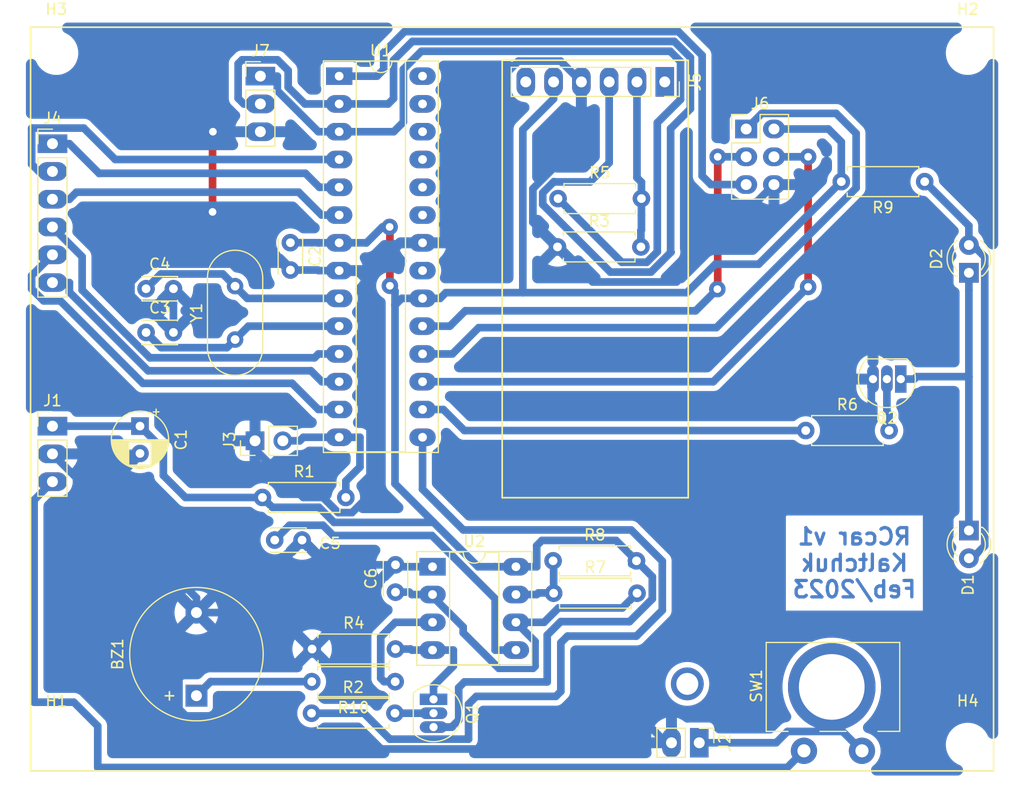
<source format=kicad_pcb>
(kicad_pcb (version 20211014) (generator pcbnew)
  (layers (0 "F.Cu" signal) (31 "B.Cu" signal) (34 "B.Paste" user) (35 "F.Paste" user) (36 "B.SilkS" user "B.Silkscreen") (37 "F.SilkS" user "F.Silkscreen") (38 "B.Mask" user) (39 "F.Mask" user) (44 "Edge.Cuts" user))
  (net 0 "")
  (net 1 "Net-(BZ1-Pad1)")
  (net 2 "GND")
  (net 3 "+5V")
  (net 4 "Net-(C3-Pad1)")
  (net 5 "Net-(C4-Pad1)")
  (net 6 "Net-(C5-Pad1)")
  (net 7 "Net-(C6-Pad1)")
  (net 8 "Net-(D1-Pad1)")
  (net 9 "Net-(D1-Pad2)")
  (net 10 "Net-(J1-Pad3)")
  (net 11 "Net-(J2-Pad1)")
  (net 12 "Net-(J3-Pad2)")
  (net 13 "Net-(J4-Pad1)")
  (net 14 "Net-(J4-Pad2)")
  (net 15 "Net-(J4-Pad3)")
  (net 16 "Net-(J4-Pad4)")
  (net 17 "Net-(J4-Pad5)")
  (net 18 "Net-(J4-Pad6)")
  (net 20 "Net-(J5-Pad2)")
  (net 21 "/RX")
  (net 23 "/MISO")
  (net 24 "/SCK")
  (net 25 "/MOSI")
  (net 26 "/RESET")
  (net 27 "/TX")
  (net 28 "Net-(Q1-Pad1)")
  (net 29 "Net-(Q1-Pad2)")
  (net 30 "Net-(Q2-Pad2)")
  (net 31 "/buzzer")
  (net 32 "/light")
  (net 33 "Net-(R7-Pad1)")
  (net 41 "Net-(U2-Pad3)")
  (footprint "Connector_PinSocket_2.54mm:PinSocket_1x06_P2.54mm_Vertical" (layer "F.Cu") (at 163.9532 61.9998 -90)
    (fp_text reference "J5")
    (fp_text value "HC-05")
  )
  (footprint "MountingHole:MountingHole_3mm" (layer "F.Cu") (at 191.643 59.3598)
    (fp_text reference "H2")
    (fp_text value "MountingHole")
  )
  (footprint "MountingHole:MountingHole_3mm" (layer "F.Cu") (at 108.3564 59.3598)
    (fp_text reference "H3")
    (fp_text value "MountingHole")
  )
  (footprint "LED_THT:LED_D3.0mm_Clear" (layer "F.Cu") (at 191.7446 79.4562 90)
    (fp_text reference "D2")
    (fp_text value "white")
  )
  (footprint "Connector_PinHeader_2.54mm:PinHeader_1x06_P2.54mm_Vertical" (layer "F.Cu") (at 108 67.65)
    (fp_text reference "J4")
    (fp_text value "L298N")
  )
  (footprint "Connector_PinHeader_2.54mm:PinHeader_2x03_P2.54mm_Vertical" (layer "F.Cu") (at 171.3942 66.309)
    (fp_text reference "J6")
    (fp_text value "ICSP")
  )
  (footprint "Capacitor_THT:C_Disc_D3.0mm_W2.0mm_P2.50mm" (layer "F.Cu") (at 129.7432 76.7026 -90)
    (fp_text reference "C2")
    (fp_text value "10nF")
  )
  (footprint "Button_Switch_THT:SW_CW_GPTS203211B" (layer "F.Cu") (at 176.674 123.9266 90)
    (fp_text reference "SW1")
    (fp_text value "on/off")
  )
  (footprint "Resistor_THT:R_Axial_DIN0207_L6.3mm_D2.5mm_P7.62mm_Horizontal" (layer "F.Cu") (at 187.706 71.12 180)
    (fp_text reference "R9")
    (fp_text value "220")
  )
  (footprint "Package_TO_SOT_THT:TO-92_Inline" (layer "F.Cu") (at 185.5216 89.175 180)
    (fp_text reference "Q2")
    (fp_text value "BC547")
  )
  (footprint "Resistor_THT:R_Axial_DIN0207_L6.3mm_D2.5mm_P7.62mm_Horizontal" (layer "F.Cu") (at 127.19 100)
    (fp_text reference "R1")
    (fp_text value "10k")
  )
  (footprint "Capacitor_THT:C_Disc_D3.0mm_W2.0mm_P2.50mm" (layer "F.Cu") (at 139.3478 108.6568 90)
    (fp_text reference "C6")
    (fp_text value "10nF")
  )
  (footprint "Package_TO_SOT_THT:TO-92_Inline" (layer "F.Cu") (at 142.8232 118.4558 -90)
    (fp_text reference "Q1")
    (fp_text value "BC328")
  )
  (footprint "Resistor_THT:R_Axial_DIN0207_L6.3mm_D2.5mm_P7.62mm_Horizontal" (layer "F.Cu") (at 153.8004 108.753)
    (fp_text reference "R7")
    (fp_text value "100k")
  )
  (footprint "Capacitor_THT:CP_Radial_D5.0mm_P2.50mm" (layer "F.Cu") (at 116 93.475 -90)
    (fp_text reference "C1")
    (fp_text value "10uF")
  )
  (footprint "Resistor_THT:R_Axial_DIN0207_L6.3mm_D2.5mm_P7.62mm_Horizontal" (layer "F.Cu") (at 153.7496 105.791)
    (fp_text reference "R8")
    (fp_text value "100k")
  )
  (footprint "LED_THT:LED_D3.0mm_Clear" (layer "F.Cu") (at 191.7446 103.0174 -90)
    (fp_text reference "D1")
    (fp_text value "white")
  )
  (footprint "Resistor_THT:R_Axial_DIN0207_L6.3mm_D2.5mm_P7.62mm_Horizontal" (layer "F.Cu") (at 176.8348 93.8784)
    (fp_text reference "R6")
    (fp_text value "33k")
  )
  (footprint "Resistor_THT:R_Axial_DIN0207_L6.3mm_D2.5mm_P7.62mm_Horizontal" (layer "F.Cu") (at 154.1526 77.089)
    (fp_text reference "R3")
    (fp_text value "2k")
  )
  (footprint "Connector_PinHeader_2.54mm:PinHeader_1x02_P2.54mm_Vertical" (layer "F.Cu") (at 126.5124 94.8182 90)
    (fp_text reference "J3")
    (fp_text value "Test")
  )
  (footprint "Crystal:Crystal_HC49-4H_Vertical" (layer "F.Cu") (at 124.6886 85.5588 90)
    (fp_text reference "Y1")
    (fp_text value "16MHz")
  )
  (footprint "MountingHole:MountingHole_3mm" (layer "F.Cu") (at 191.643 122.6058)
    (fp_text reference "H4")
    (fp_text value "MountingHole")
  )
  (footprint "Capacitor_THT:C_Disc_D3.0mm_W2.0mm_P2.50mm" (layer "F.Cu") (at 116.5552 80.9122)
    (fp_text reference "C4")
    (fp_text value "22pF")
  )
  (footprint "Resistor_THT:R_Axial_DIN0207_L6.3mm_D2.5mm_P7.62mm_Horizontal" (layer "F.Cu") (at 131.7278 113.8584)
    (fp_text reference "R4")
    (fp_text value "10k")
  )
  (footprint "Buzzer_Beeper:Buzzer_12x9.5RM7.6" (layer "F.Cu") (at 121.158 118.1254 90)
    (fp_text reference "BZ1")
    (fp_text value "Buzzer")
  )
  (footprint "Connector_PinHeader_2.54mm:PinHeader_1x03_P2.54mm_Vertical" (layer "F.Cu") (at 108 93.475)
    (fp_text reference "J1")
    (fp_text value "Power")
  )
  (footprint "Capacitor_THT:C_Disc_D3.0mm_W2.0mm_P2.50mm" (layer "F.Cu") (at 116.5552 84.9122)
    (fp_text reference "C3")
    (fp_text value "22pF")
  )
  (footprint "Connector_PinHeader_2.54mm:PinHeader_1x02_P2.54mm_Vertical" (layer "F.Cu") (at 167.1066 122.428 -90)
    (fp_text reference "J2")
    (fp_text value "9V Battery")
  )
  (footprint "Resistor_THT:R_Axial_DIN0207_L6.3mm_D2.5mm_P7.62mm_Horizontal" (layer "F.Cu") (at 154.2034 72.6694)
    (fp_text reference "R5")
    (fp_text value "1k")
  )
  (footprint "Resistor_THT:R_Axial_DIN0207_L6.3mm_D2.5mm_P7.62mm_Horizontal" (layer "F.Cu") (at 139.319 116.84 180)
    (fp_text reference "R10")
    (fp_text value "100")
  )
  (footprint "Resistor_THT:R_Axial_DIN0207_L6.3mm_D2.5mm_P7.62mm_Horizontal" (layer "F.Cu") (at 131.677 119.7258)
    (fp_text reference "R2")
    (fp_text value "33k")
  )
  (footprint "Package_DIP:DIP-8_W7.62mm_Socket_LongPads" (layer "F.Cu") (at 142.7326 106.3344)
    (fp_text reference "U2")
    (fp_text value "NE555P")
  )
  (footprint "Package_DIP:DIP-28_W7.62mm_Socket_LongPads" (layer "F.Cu") (at 134.2 61.475)
    (fp_text reference "U1")
    (fp_text value "ATmega328-P")
  )
  (footprint "Connector_PinHeader_2.54mm:PinHeader_1x03_P2.54mm_Vertical" (layer "F.Cu") (at 127 61.475)
    (fp_text reference "J7")
    (fp_text value "Comm")
  )
  (footprint "MountingHole:MountingHole_3mm" (layer "F.Cu") (at 108.3564 122.6312)
    (fp_text reference "H1")
    (fp_text value "MountingHole")
  )
  (footprint "Capacitor_THT:C_Disc_D3.0mm_W2.0mm_P2.50mm" (layer "F.Cu") (at 128.311 103.895)
    (fp_text reference "C5")
    (fp_text value "10nF")
  )
  (gr_line (start 166.098 100.0202) (end 149.098 100.0202) (layer "F.SilkS") (width 0.15))
  (gr_line (start 106 57) (end 106 125) (layer "F.SilkS") (width 0.15))
  (gr_line (start 149.098 100.0202) (end 149.098 60.0202) (layer "F.SilkS") (width 0.15))
  (gr_line (start 166.098 60.0202) (end 166.098 100.0202) (layer "F.SilkS") (width 0.15))
  (gr_line (start 194 125) (end 194 57) (layer "F.SilkS") (width 0.15))
  (gr_line (start 149.098 60.0202) (end 166.098 60.0202) (layer "F.SilkS") (width 0.15))
  (gr_line (start 106 125) (end 194 125) (layer "F.SilkS") (width 0.15))
  (gr_line (start 106 57) (end 194 57) (layer "F.SilkS") (width 0.15))
  (gr_text "RCcar v1\nKaltchuk\nFeb/2023" (at 181.2798 105.9942) (layer "B.Cu") (effects (font (size 1.5 1.5) (thickness 0.3)) (justify mirror)))
  (via (at 166.0144 117.0432) (size 3) (drill 2) (layers "F.Cu" "B.Cu") (net 0))
  (segment (start 131.699 116.84) (end 122.4434 116.84) (width 0.7) (layer "B.Cu") (net 1))
  (segment (start 122.4434 116.84) (end 121.158 118.1254) (width 0.7) (layer "B.Cu") (net 1))
  (segment (start 122.6636 66.555) (end 122.6312 66.5874) (width 0.7) (layer "F.Cu") (net 2))
  (segment (start 122.6312 66.5874) (end 122.6312 73.8886) (width 0.7) (layer "F.Cu") (net 2))
  (via (at 122.6312 73.8886) (size 1.5) (drill 0.7) (layers "F.Cu" "B.Cu") (net 2))
  (via (at 122.6636 66.555) (size 1.5) (drill 0.7) (layers "F.Cu" "B.Cu") (net 2))
  (segment (start 143.72 76.715) (end 141.82 76.715) (width 0.7) (layer "B.Cu") (net 2))
  (segment (start 108 96.015) (end 121.158 109.173) (width 0.7) (layer "B.Cu") (net 2))
  (segment (start 157.3564 80.2928) (end 154.1526 77.089) (width 0.7) (layer "B.Cu") (net 2))
  (segment (start 156.3332 61.9998) (end 156.3332 67.3377) (width 0.7) (layer "B.Cu") (net 2))
  (segment (start 119.0552 82.2655) (end 119.0552 80.9122) (width 0.7) (layer "B.Cu") (net 2))
  (segment (start 130.811 103.895) (end 133.0728 106.1568) (width 0.7) (layer "B.Cu") (net 2))
  (segment (start 132.73 100) (end 130.9192 100) (width 0.7) (layer "B.Cu") (net 2))
  (segment (start 163.312711 112.936289) (end 182.8285 93.4205) (width 0.7) (layer "B.Cu") (net 2))
  (segment (start 116 95.975) (end 108.04 95.975) (width 0.7) (layer "B.Cu") (net 2))
  (segment (start 164.084 122.428) (end 158.9278 117.2718) (width 0.7) (layer "B.Cu") (net 2))
  (segment (start 121.158 110.5254) (end 128.3948 110.5254) (width 0.7) (layer "B.Cu") (net 2))
  (segment (start 134.2 79.255) (end 135.7062 79.255) (width 0.7) (layer "B.Cu") (net 2))
  (segment (start 115.1758 80.3087) (end 115.1758 81.4992) (width 0.7) (layer "B.Cu") (net 2))
  (segment (start 122.6312 73.8886) (end 122.6312 75.776689) (width 0.7) (layer "B.Cu") (net 2))
  (segment (start 119.0552 84.9122) (end 119.0552 82.2655) (width 0.7) (layer "B.Cu") (net 2))
  (segment (start 167.4291 77.8941) (end 165.0304 80.2928) (width 0.7) (layer "B.Cu") (net 2))
  (segment (start 150.584388 60.0998) (end 143.72 66.964188) (width 0.7) (layer "B.Cu") (net 2))
  (segment (start 137.0176 99.745) (end 135.383 101.3796) (width 0.7) (layer "B.Cu") (net 2))
  (segment (start 132.2476 79.2026) (end 129.7432 79.2026) (width 0.7) (layer "B.Cu") (net 2))
  (segment (start 115.9421 82.2655) (end 119.0552 82.2655) (width 0.7) (layer "B.Cu") (net 2))
  (segment (start 128.3948 110.5254) (end 131.687 113.8176) (width 0.7) (layer "B.Cu") (net 2))
  (segment (start 156.3332 61.9998) (end 154.4332 60.0998) (width 0.7) (layer "B.Cu") (net 2))
  (segment (start 151.9031 74.8395) (end 154.1526 77.089) (width 0.7) (layer "B.Cu") (net 2))
  (segment (start 129.7432 79.2026) (end 129.202 78.6614) (width 0.7) (layer "B.Cu") (net 2))
  (segment (start 121.158 109.173) (end 121.158 110.5254) (width 0.7) (layer "B.Cu") (net 2))
  (segment (start 134.1096 101.3796) (end 132.73 100) (width 0.7) (layer "B.Cu") (net 2))
  (segment (start 108.04 95.975) (end 108 96.015) (width 0.7) (layer "B.Cu") (net 2))
  (segment (start 165.0304 80.2928) (end 157.3564 80.2928) (width 0.7) (layer "B.Cu") (net 2))
  (segment (start 167.6654 74.168) (end 167.4291 74.4043) (width 0.7) (layer "B.Cu") (net 2))
  (segment (start 142.7326 106.3344) (end 139.5254 106.3344) (width 0.7) (layer "B.Cu") (net 2))
  (segment (start 154.4332 60.0998) (end 150.584388 60.0998) (width 0.7) (layer "B.Cu") (net 2))
  (segment (start 164.5666 122.428) (end 164.084 122.428) (width 0.7) (layer "B.Cu") (net 2))
  (segment (start 122.648111 78.553711) (end 122.7558 78.6614) (width 0.7) (layer "B.Cu") (net 2))
  (segment (start 167.4291 74.4043) (end 167.4291 77.8941) (width 0.7) (layer "B.Cu") (net 2))
  (segment (start 163.263311 112.936289) (end 163.312711 112.936289) (width 0.7) (layer "B.Cu") (net 2))
  (segment (start 156.3332 67.3377) (end 151.9031 71.7678) (width 0.7) (layer "B.Cu") (net 2))
  (segment (start 173.9342 71.389) (end 171.1552 74.168) (width 0.7) (layer "B.Cu") (net 2))
  (segment (start 151.9031 71.7678) (end 151.9031 74.8395) (width 0.7) (layer "B.Cu") (net 2))
  (segment (start 122.7558 78.6614) (end 116.8231 78.6614) (width 0.7) (layer "B.Cu") (net 2))
  (segment (start 131.687 113.8176) (end 139.3478 106.1568) (width 0.7) (layer "B.Cu") (net 2))
  (segment (start 143.72 66.964188) (end 143.72 76.715) (width 0.7) (layer "B.Cu") (net 2))
  (segment (start 136.5713 80.0637) (end 137.0176 80.5101) (width 0.7) (layer "B.Cu") (net 2))
  (segment (start 115.1758 81.4992) (end 115.9421 82.2655) (width 0.7) (layer "B.Cu") (net 2))
  (segment (start 182.9816 89.175) (end 182.8285 89.175) (width 0.7) (layer "B.Cu") (net 2))
  (segment (start 135.7062 79.255) (end 135.7625 79.255) (width 0.7) (layer "B.Cu") (net 2))
  (segment (start 132.3 79.255) (end 132.2476 79.2026) (width 0.7) (layer "B.Cu") (net 2))
  (segment (start 121.158 110.5254) (end 119.5594 112.124) (width 0.7) (layer "B.Cu") (net 2))
  (segment (start 129.202 78.6614) (end 122.7558 78.6614) (width 0.7) (layer "B.Cu") (net 2))
  (segment (start 137.0176 80.5101) (end 137.0176 99.745) (width 0.7) (layer "B.Cu") (net 2))
  (segment (start 153.2011 122.9985) (end 158.9278 117.2718) (width 0.7) (layer "B.Cu") (net 2))
  (segment (start 131.687 113.8176) (end 131.7278 113.8584) (width 0.7) (layer "B.Cu") (net 2))
  (segment (start 119.5594 119.3372) (end 123.2207 122.9985) (width 0.7) (layer "B.Cu") (net 2))
  (segment (start 133.7665 79.255) (end 132.3 79.255) (width 0.7) (layer "B.Cu") (net 2))
  (segment (start 119.5594 112.124) (end 119.5594 119.3372) (width 0.7) (layer "B.Cu") (net 2))
  (segment (start 126.5124 94.8182) (end 125.7374 94.8182) (width 0.7) (layer "B.Cu") (net 2))
  (segment (start 171.1552 74.168) (end 167.6654 74.168) (width 0.7) (layer "B.Cu") (net 2))
  (segment (start 116.8231 78.6614) (end 115.1758 80.3087) (width 0.7) (layer "B.Cu") (net 2))
  (segment (start 123.2207 122.9985) (end 153.2011 122.9985) (width 0.7) (layer "B.Cu") (net 2))
  (segment (start 141.82 76.715) (end 139.92 76.715) (width 0.7) (layer "B.Cu") (net 2))
  (segment (start 133.0728 106.1568) (end 139.3478 106.1568) (width 0.7) (layer "B.Cu") (net 2))
  (segment (start 122.648111 75.7936) (end 122.648111 78.553711) (width 0.7) (layer "B.Cu") (net 2))
  (segment (start 127 66.555) (end 122.6636 66.555) (width 0.7) (layer "B.Cu") (net 2))
  (segment (start 139.5254 106.3344) (end 139.3478 106.1568) (width 0.7) (layer "B.Cu") (net 2))
  (segment (start 136.5713 80.0637) (end 139.92 76.715) (width 0.7) (layer "B.Cu") (net 2))
  (segment (start 135.7625 79.255) (end 136.5713 80.0637) (width 0.7) (layer "B.Cu") (net 2))
  (segment (start 133.7665 79.255) (end 134.2 79.255) (width 0.7) (layer "B.Cu") (net 2))
  (segment (start 158.9278 117.2718) (end 163.263311 112.936289) (width 0.7) (layer "B.Cu") (net 2))
  (segment (start 130.9192 100) (end 125.7374 94.8182) (width 0.7) (layer "B.Cu") (net 2))
  (segment (start 135.383 101.3796) (end 134.1096 101.3796) (width 0.7) (layer "B.Cu") (net 2))
  (segment (start 182.8285 89.175) (end 182.8285 93.4205) (width 0.7) (layer "B.Cu") (net 2))
  (segment (start 122.6312 75.776689) (end 122.648111 75.7936) (width 0.7) (layer "B.Cu") (net 2))
  (segment (start 138.8364 75.285589) (end 138.811011 75.2602) (width 0.7) (layer "F.Cu") (net 3))
  (segment (start 138.8364 80.645) (end 138.8364 75.285589) (width 0.7) (layer "F.Cu") (net 3))
  (via (at 138.811011 75.2602) (size 1.5) (drill 0.7) (layers "F.Cu" "B.Cu") (net 3))
  (via (at 138.8364 80.645) (size 1.5) (drill 0.7) (layers "F.Cu" "B.Cu") (net 3))
  (segment (start 139.3041 82.4109) (end 139.3041 81.1127) (width 0.7) (layer "B.Cu") (net 3))
  (segment (start 154.439366 111.3536) (end 160.7342 111.3536) (width 0.7) (layer "B.Cu") (net 3))
  (segment (start 139.3041 98.7477) (end 142.8078 102.2514) (width 0.7) (layer "B.Cu") (net 3))
  (segment (start 152.2526 104.403002) (end 152.2526 106.3344) (width 0.7) (layer "B.Cu") (net 3))
  (segment (start 145.1249 120.3452) (end 145.1249 117.3841) (width 0.7) (layer "B.Cu") (net 3))
  (segment (start 141.82 81.795) (end 139.92 81.795) (width 0.7) (layer "B.Cu") (net 3))
  (segment (start 145.6436 116.8654) (end 153.2128 116.8654) (width 0.7) (layer "B.Cu") (net 3))
  (segment (start 132.2876 76.7026) (end 132.3 76.715) (width 0.7) (layer "B.Cu") (net 3))
  (segment (start 161.1481 106.086) (end 160.9266 106.086) (width 0.7) (layer "B.Cu") (net 3))
  (segment (start 143.9462 81.2689) (end 150.9841 81.2689) (width 0.7) (layer "B.Cu") (net 3))
  (segment (start 135.7718 102.28) (end 142.7792 102.28) (width 0.7) (layer "B.Cu") (net 3))
  (segment (start 144.4743 120.9958) (end 145.1249 120.3452) (width 0.7) (layer "B.Cu") (net 3))
  (segment (start 144.5358 120.9958) (end 142.8232 120.9958) (width 0.7) (layer "B.Cu") (net 3))
  (segment (start 139.92 81.795) (end 139.3041 82.4109) (width 0.7) (layer "B.Cu") (net 3))
  (segment (start 133.7665 76.715) (end 134.2 76.715) (width 0.7) (layer "B.Cu") (net 3))
  (segment (start 129.7432 76.7026) (end 132.2876 76.7026) (width 0.7) (layer "B.Cu") (net 3))
  (segment (start 162.8163 109.2715) (end 162.8163 107.2377) (width 0.7) (layer "B.Cu") (net 3))
  (segment (start 118.1354 97.9846) (end 120.1508 100) (width 0.7) (layer "B.Cu") (net 3))
  (segment (start 180.086 71.12) (end 180.086 67.4878) (width 0.7) (layer "B.Cu") (net 3))
  (segment (start 161.3696 105.791) (end 159.504603 103.926003) (width 0.7) (layer "B.Cu") (net 3))
  (segment (start 143.4201 81.795) (end 143.9462 81.2689) (width 0.7) (layer "B.Cu") (net 3))
  (segment (start 132.357 100.9003) (end 133.7367 102.28) (width 0.7) (layer "B.Cu") (net 3))
  (segment (start 162.8163 107.2377) (end 161.3696 105.791) (width 0.7) (layer "B.Cu") (net 3))
  (segment (start 138.1506 75.2602) (end 136.6774 76.7334) (width 0.7) (layer "B.Cu") (net 3))
  (segment (start 180.086 67.4878) (end 178.9072 66.309) (width 0.7) (layer "B.Cu") (net 3))
  (segment (start 165.9779 81.2689) (end 150.9841 81.2689) (width 0.7) (layer "B.Cu") (net 3))
  (segment (start 150.3526 106.3344) (end 148.4526 106.3344) (width 0.7) (layer "B.Cu") (net 3))
  (segment (start 142.7792 102.28) (end 142.8078 102.2514) (width 0.7) (layer "B.Cu") (net 3))
  (segment (start 153.2128 116.8654) (end 153.2128 112.580166) (width 0.7) (layer "B.Cu") (net 3))
  (segment (start 127.19 100) (end 128.0903 100.9003) (width 0.7) (layer "B.Cu") (net 3))
  (segment (start 120.1508 100) (end 127.19 100) (width 0.7) (layer "B.Cu") (net 3))
  (segment (start 142.77 81.795) (end 141.82 81.795) (width 0.7) (layer "B.Cu") (net 3))
  (segment (start 142.77 81.795) (end 143.4201 81.795) (width 0.7) (layer "B.Cu") (net 3))
  (segment (start 153.7932 61.9998) (end 153.7932 63.5498) (width 0.7) (layer "B.Cu") (net 3))
  (segment (start 133.7665 76.715) (end 132.3 76.715) (width 0.7) (layer "B.Cu") (net 3))
  (segment (start 159.504603 103.926003) (end 152.729599 103.926003) (width 0.7) (layer "B.Cu") (net 3))
  (segment (start 178.9072 66.309) (end 173.9342 66.309) (width 0.7) (layer "B.Cu") (net 3))
  (segment (start 172.5383 78.6677) (end 168.5791 78.6677) (width 0.7) (layer "B.Cu") (net 3))
  (segment (start 116 93.475) (end 118.1354 95.6104) (width 0.7) (layer "B.Cu") (net 3))
  (segment (start 152.2526 106.3344) (end 150.3526 106.3344) (width 0.7) (layer "B.Cu") (net 3))
  (segment (start 152.729599 103.926003) (end 152.2526 104.403002) (width 0.7) (layer "B.Cu") (net 3))
  (segment (start 145.1249 117.3841) (end 145.6436 116.8654) (width 0.7) (layer "B.Cu") (net 3))
  (segment (start 108 93.475) (end 116 93.475) (width 0.7) (layer "B.Cu") (net 3))
  (segment (start 133.7367 102.28) (end 135.7718 102.28) (width 0.7) (layer "B.Cu") (net 3))
  (segment (start 142.8232 120.9958) (end 144.4743 120.9958) (width 0.7) (layer "B.Cu") (net 3))
  (segment (start 138.811011 75.2602) (end 138.1506 75.2602) (width 0.7) (layer "B.Cu") (net 3))
  (segment (start 160.7342 111.3536) (end 162.8163 109.2715) (width 0.7) (layer "B.Cu") (net 3))
  (segment (start 150.9841 66.3589) (end 153.7932 63.5498) (width 0.7) (layer "B.Cu") (net 3))
  (segment (start 139.3041 81.1127) (end 138.8364 80.645) (width 0.7) (layer "B.Cu") (net 3))
  (segment (start 180.086 71.12) (end 172.5383 78.6677) (width 0.7) (layer "B.Cu") (net 3))
  (segment (start 128.0903 100.9003) (end 132.357 100.9003) (width 0.7) (layer "B.Cu") (net 3))
  (segment (start 153.2128 112.580166) (end 154.439366 111.3536) (width 0.7) (layer "B.Cu") (net 3))
  (segment (start 118.1354 95.6104) (end 118.1354 97.9846) (width 0.7) (layer "B.Cu") (net 3))
  (segment (start 136.659 76.715) (end 134.2 76.715) (width 0.7) (layer "B.Cu") (net 3))
  (segment (start 161.1481 106.086) (end 161.3696 106.086) (width 0.7) (layer "B.Cu") (net 3))
  (segment (start 146.8908 106.3344) (end 148.4526 106.3344) (width 0.7) (layer "B.Cu") (net 3))
  (segment (start 150.9841 81.2689) (end 150.9841 66.3589) (width 0.7) (layer "B.Cu") (net 3))
  (segment (start 142.8078 102.2514) (end 146.8908 106.3344) (width 0.7) (layer "B.Cu") (net 3))
  (segment (start 168.5791 78.6677) (end 165.9779 81.2689) (width 0.7) (layer "B.Cu") (net 3))
  (segment (start 139.3041 82.4109) (end 139.3041 98.7477) (width 0.7) (layer "B.Cu") (net 3))
  (segment (start 134.2 84.335) (end 125.9124 84.335) (width 0.7) (layer "B.Cu") (net 4))
  (segment (start 125.9124 84.335) (end 124.6886 85.5588) (width 0.7) (layer "B.Cu") (net 4))
  (segment (start 117.9424 86.2994) (end 123.948 86.2994) (width 0.7) (layer "B.Cu") (net 4))
  (segment (start 116.5552 84.9122) (end 117.9424 86.2994) (width 0.7) (layer "B.Cu") (net 4))
  (segment (start 123.948 86.2994) (end 124.6886 85.5588) (width 0.7) (layer "B.Cu") (net 4))
  (segment (start 123.5716 79.5618) (end 124.6886 80.6788) (width 0.7) (layer "B.Cu") (net 5))
  (segment (start 134.2 81.795) (end 125.8048 81.795) (width 0.7) (layer "B.Cu") (net 5))
  (segment (start 125.8048 81.795) (end 124.6886 80.6788) (width 0.7) (layer "B.Cu") (net 5))
  (segment (start 117.9056 79.5618) (end 123.5716 79.5618) (width 0.7) (layer "B.Cu") (net 5))
  (segment (start 116.5552 80.9122) (end 117.9056 79.5618) (width 0.7) (layer "B.Cu") (net 5))
  (segment (start 148.4526 113.9544) (end 148.4526 109.2577) (width 0.7) (layer "B.Cu") (net 6))
  (segment (start 150.3526 113.9544) (end 148.4526 113.9544) (width 0.7) (layer "B.Cu") (net 6))
  (segment (start 133.6589 103.4755) (end 132.7229 102.5395) (width 0.7) (layer "B.Cu") (net 6))
  (segment (start 142.6704 103.4755) (end 133.6589 103.4755) (width 0.7) (layer "B.Cu") (net 6))
  (segment (start 129.6665 102.5395) (end 128.311 103.895) (width 0.7) (layer "B.Cu") (net 6))
  (segment (start 148.4526 109.2577) (end 142.6704 103.4755) (width 0.7) (layer "B.Cu") (net 6))
  (segment (start 132.7229 102.5395) (end 129.6665 102.5395) (width 0.7) (layer "B.Cu") (net 6))
  (segment (start 140.615 108.6568) (end 140.8326 108.8744) (width 0.7) (layer "B.Cu") (net 7))
  (segment (start 148.7829 115.6208) (end 148.4938 115.3317) (width 0.7) (layer "B.Cu") (net 7))
  (segment (start 152.10212 115.43608) (end 151.9174 115.6208) (width 0.7) (layer "B.Cu") (net 7))
  (segment (start 160.070889 110.102511) (end 154.235289 110.102511) (width 0.7) (layer "B.Cu") (net 7))
  (segment (start 145.533 111.8447) (end 145.533 112.3709) (width 0.7) (layer "B.Cu") (net 7))
  (segment (start 142.5627 108.8744) (end 140.8326 108.8744) (width 0.7) (layer "B.Cu") (net 7))
  (segment (start 142.5627 108.8744) (end 145.533 111.8447) (width 0.7) (layer "B.Cu") (net 7))
  (segment (start 142.7326 108.8744) (end 142.5627 108.8744) (width 0.7) (layer "B.Cu") (net 7))
  (segment (start 139.3478 108.6568) (end 140.615 108.6568) (width 0.7) (layer "B.Cu") (net 7))
  (segment (start 152.9234 111.4144) (end 150.3526 111.4144) (width 0.7) (layer "B.Cu") (net 7))
  (segment (start 161.4204 108.753) (end 160.070889 110.102511) (width 0.7) (layer "B.Cu") (net 7))
  (segment (start 154.235289 110.102511) (end 152.9234 111.4144) (width 0.7) (layer "B.Cu") (net 7))
  (segment (start 150.3526 111.4144) (end 152.10212 113.16392) (width 0.7) (layer "B.Cu") (net 7))
  (segment (start 151.9174 115.6208) (end 148.7829 115.6208) (width 0.7) (layer "B.Cu") (net 7))
  (segment (start 152.10212 113.16392) (end 152.10212 115.43608) (width 0.7) (layer "B.Cu") (net 7))
  (segment (start 145.533 112.3709) (end 148.4938 115.3317) (width 0.7) (layer "B.Cu") (net 7))
  (segment (start 185.5216 89.175) (end 186.7466 89.175) (width 0.7) (layer "B.Cu") (net 8))
  (segment (start 186.9708 88.9508) (end 191.7446 88.9508) (width 0.7) (layer "B.Cu") (net 8))
  (segment (start 191.7446 88.9508) (end 191.7446 103.0174) (width 0.7) (layer "B.Cu") (net 8))
  (segment (start 191.7446 79.4562) (end 191.7446 81.0562) (width 0.7) (layer "B.Cu") (net 8))
  (segment (start 191.7446 88.9508) (end 191.7446 81.0562) (width 0.7) (layer "B.Cu") (net 8))
  (segment (start 186.7466 89.175) (end 186.9708 88.9508) (width 0.7) (layer "B.Cu") (net 8))
  (segment (start 193.194111 78.006689) (end 193.194111 104.416111) (width 0.7) (layer "B.Cu") (net 9))
  (segment (start 191.7446 75.1586) (end 187.706 71.12) (width 0.7) (layer "B.Cu") (net 9))
  (segment (start 191.7446 76.9162) (end 192.103622 76.9162) (width 0.7) (layer "B.Cu") (net 9))
  (segment (start 193.194111 104.416111) (end 192.052822 105.5574) (width 0.7) (layer "B.Cu") (net 9))
  (segment (start 192.103622 76.9162) (end 193.194111 78.006689) (width 0.7) (layer "B.Cu") (net 9))
  (segment (start 191.7446 76.9162) (end 191.7446 75.1586) (width 0.7) (layer "B.Cu") (net 9))
  (segment (start 192.052822 105.5574) (end 191.6938 105.5574) (width 0.7) (layer "B.Cu") (net 9))
  (segment (start 191.7446 76.9162) (end 191.385578 76.9162) (width 0.7) (layer "B.Cu") (net 9))
  (segment (start 112.141 120.904) (end 112.141 124.6886) (width 0.7) (layer "B.Cu") (net 10))
  (segment (start 112.141 124.6886) (end 175.15 124.6886) (width 0.7) (layer "B.Cu") (net 10))
  (segment (start 109.9566 118.7196) (end 112.141 120.904) (width 0.7) (layer "B.Cu") (net 10))
  (segment (start 175.15 124.6886) (end 176.674 123.1646) (width 0.7) (layer "B.Cu") (net 10))
  (segment (start 108 98.555) (end 106.3244 100.2306) (width 0.7) (layer "B.Cu") (net 10))
  (segment (start 106.3244 118.7196) (end 109.9566 118.7196) (width 0.7) (layer "B.Cu") (net 10))
  (segment (start 106.3244 100.2306) (end 106.3244 118.7196) (width 0.7) (layer "B.Cu") (net 10))
  (segment (start 167.1066 122.428) (end 174.1324 122.428) (width 0.7) (layer "B.Cu") (net 11))
  (segment (start 175.1661 121.3943) (end 180.2037 121.3943) (width 0.7) (layer "B.Cu") (net 11))
  (segment (start 180.2037 121.3943) (end 181.974 123.1646) (width 0.7) (layer "B.Cu") (net 11))
  (segment (start 174.1324 122.428) (end 175.1661 121.3943) (width 0.7) (layer "B.Cu") (net 11))
  (segment (start 130.9256 94.495) (end 130.6024 94.8182) (width 0.7) (layer "B.Cu") (net 12))
  (segment (start 129.0524 94.8182) (end 130.6024 94.8182) (width 0.7) (layer "B.Cu") (net 12))
  (segment (start 134.81 100) (end 134.81 98.5) (width 0.7) (layer "B.Cu") (net 12))
  (segment (start 134.81 98.5) (end 136.1 97.21) (width 0.7) (layer "B.Cu") (net 12))
  (segment (start 134.2 94.495) (end 130.9256 94.495) (width 0.7) (layer "B.Cu") (net 12))
  (segment (start 134.2 94.495) (end 136.1 94.495) (width 0.7) (layer "B.Cu") (net 12))
  (segment (start 136.1 97.21) (end 136.1 94.495) (width 0.7) (layer "B.Cu") (net 12))
  (segment (start 132.3918 71.635) (end 131.1148 70.358) (width 0.7) (layer "B.Cu") (net 13))
  (segment (start 112.2757 70.3757) (end 109.55 67.65) (width 0.7) (layer "B.Cu") (net 13))
  (segment (start 108 67.65) (end 109.55 67.65) (width 0.7) (layer "B.Cu") (net 13))
  (segment (start 134.2 71.635) (end 132.3918 71.635) (width 0.7) (layer "B.Cu") (net 13))
  (segment (start 112.2934 70.358) (end 112.2757 70.3757) (width 0.7) (layer "B.Cu") (net 13))
  (segment (start 131.1148 70.358) (end 112.2934 70.358) (width 0.7) (layer "B.Cu") (net 13))
  (segment (start 106.766 70.19) (end 108 70.19) (width 0.7) (layer "B.Cu") (net 14))
  (segment (start 106.1278 66.2222) (end 106.1 66.25) (width 0.7) (layer "B.Cu") (net 14))
  (segment (start 113.7394 69.095) (end 110.8666 66.2222) (width 0.7) (layer "B.Cu") (net 14))
  (segment (start 106.1 69.524) (end 106.766 70.19) (width 0.7) (layer "B.Cu") (net 14))
  (segment (start 110.8666 66.2222) (end 106.1278 66.2222) (width 0.7) (layer "B.Cu") (net 14))
  (segment (start 106.1 66.25) (end 106.1 69.524) (width 0.7) (layer "B.Cu") (net 14))
  (segment (start 134.2 69.095) (end 113.7394 69.095) (width 0.7) (layer "B.Cu") (net 14))
  (segment (start 134.2 74.175) (end 132.595 74.175) (width 0.7) (layer "B.Cu") (net 15))
  (segment (start 130.5052 72.0852) (end 110.1948 72.0852) (width 0.7) (layer "B.Cu") (net 15))
  (segment (start 108 72.73) (end 109.55 72.73) (width 0.7) (layer "B.Cu") (net 15))
  (segment (start 132.595 74.175) (end 130.5052 72.0852) (width 0.7) (layer "B.Cu") (net 15))
  (segment (start 110.1948 72.0852) (end 109.55 72.73) (width 0.7) (layer "B.Cu") (net 15))
  (segment (start 116.9031 87.2257) (end 110.7133 81.0359) (width 0.7) (layer "B.Cu") (net 16))
  (segment (start 134.2 86.875) (end 132.3 86.875) (width 0.7) (layer "B.Cu") (net 16))
  (segment (start 110.7133 81.0359) (end 110.7133 77.9833) (width 0.7) (layer "B.Cu") (net 16))
  (segment (start 110.7133 77.9833) (end 108 75.27) (width 0.7) (layer "B.Cu") (net 16))
  (segment (start 131.9493 87.2257) (end 116.9031 87.2257) (width 0.7) (layer "B.Cu") (net 16))
  (segment (start 132.3 86.875) (end 131.9493 87.2257) (width 0.7) (layer "B.Cu") (net 16))
  (segment (start 106.1 79.71) (end 108 77.81) (width 0.7) (layer "B.Cu") (net 17))
  (segment (start 129.9054 89.5604) (end 116.2558 89.5604) (width 0.7) (layer "B.Cu") (net 17))
  (segment (start 134.2 91.955) (end 132.3 91.955) (width 0.7) (layer "B.Cu") (net 17))
  (segment (start 116.2558 89.5604) (end 108.7161 82.0207) (width 0.7) (layer "B.Cu") (net 17))
  (segment (start 106.1 80.929899) (end 106.1 79.71) (width 0.7) (layer "B.Cu") (net 17))
  (segment (start 132.3 91.955) (end 129.9054 89.5604) (width 0.7) (layer "B.Cu") (net 17))
  (segment (start 107.190801 82.0207) (end 106.1 80.929899) (width 0.7) (layer "B.Cu") (net 17))
  (segment (start 108.7161 82.0207) (end 107.190801 82.0207) (width 0.7) (layer "B.Cu") (net 17))
  (segment (start 131.62095 88.41555) (end 116.74025 88.41555) (width 0.7) (layer "B.Cu") (net 18))
  (segment (start 109.55 81.2253) (end 109.55 80.35) (width 0.7) (layer "B.Cu") (net 18))
  (segment (start 134.2 89.415) (end 132.6204 89.415) (width 0.7) (layer "B.Cu") (net 18))
  (segment (start 132.6204 89.415) (end 131.62095 88.41555) (width 0.7) (layer "B.Cu") (net 18))
  (segment (start 116.74025 88.41555) (end 109.55 81.2253) (width 0.7) (layer "B.Cu") (net 18))
  (segment (start 109.55 80.35) (end 108 80.35) (width 0.7) (layer "B.Cu") (net 18))
  (segment (start 161.8234 72.9779) (end 161.8234 74.1694) (width 0.7) (layer "B.Cu") (net 20))
  (segment (start 161.8234 72.7528) (end 161.8234 72.6694) (width 0.7) (layer "B.Cu") (net 20))
  (segment (start 161.8234 72.6694) (end 161.8234 71.1694) (width 0.7) (layer "B.Cu") (net 20))
  (segment (start 161.8234 72.7528) (end 161.8234 72.8362) (width 0.7) (layer "B.Cu") (net 20))
  (segment (start 161.7726 77.089) (end 161.7726 75.589) (width 0.7) (layer "B.Cu") (net 20))
  (segment (start 161.8234 72.9779) (end 161.8234 72.8362) (width 0.7) (layer "B.Cu") (net 20))
  (segment (start 161.8234 74.1694) (end 161.8234 75.5382) (width 0.7) (layer "B.Cu") (net 20))
  (segment (start 161.8234 75.5382) (end 161.7726 75.589) (width 0.7) (layer "B.Cu") (net 20))
  (segment (start 161.4132 61.9998) (end 161.4132 70.7592) (width 0.7) (layer "B.Cu") (net 20))
  (segment (start 161.4132 70.7592) (end 161.8234 71.1694) (width 0.7) (layer "B.Cu") (net 20))
  (segment (start 129.54 60.96) (end 128.5631 59.9831) (width 0.7) (layer "B.Cu") (net 21))
  (segment (start 166.297 59.770808) (end 164.825992 58.2998) (width 0.7) (layer "B.Cu") (net 21))
  (segment (start 128.5631 59.9831) (end 125.32406 59.9831) (width 0.7) (layer "B.Cu") (net 21))
  (segment (start 125.32406 59.9831) (end 124.968 60.33916) (width 0.7) (layer "B.Cu") (net 21))
  (segment (start 158.8732 61.9998) (end 158.8732 69.3966) (width 0.7) (layer "B.Cu") (net 21))
  (segment (start 166.297 64.462) (end 166.297 59.770808) (width 0.7) (layer "B.Cu") (net 21))
  (segment (start 140.8904 58.2998) (end 139.17 60.0202) (width 0.7) (layer "B.Cu") (net 21))
  (segment (start 153.82335 71.12095) (end 152.8034 72.1409) (width 0.7) (layer "B.Cu") (net 21))
  (segment (start 134.2 64.015) (end 131.071 64.015) (width 0.7) (layer "B.Cu") (net 21))
  (segment (start 129.54 62.484) (end 129.54 60.96) (width 0.7) (layer "B.Cu") (net 21))
  (segment (start 164.52775 77.55815) (end 164.4904 77.5208) (width 0.7) (layer "B.Cu") (net 21))
  (segment (start 164.4904 66.2686) (end 166.297 64.462) (width 0.7) (layer "B.Cu") (net 21))
  (segment (start 125.483 64.015) (end 127 64.015) (width 0.7) (layer "B.Cu") (net 21))
  (segment (start 157.1244 71.1454) (end 153.8478 71.1454) (width 0.7) (layer "B.Cu") (net 21))
  (segment (start 131.071 64.015) (end 129.54 62.484) (width 0.7) (layer "B.Cu") (net 21))
  (segment (start 139.17 63.522) (end 138.677 64.015) (width 0.7) (layer "B.Cu") (net 21))
  (segment (start 152.8034 72.1409) (end 152.8034 73.2149) (width 0.7) (layer "B.Cu") (net 21))
  (segment (start 152.8034 73.2149) (end 158.9793 79.3908) (width 0.7) (layer "B.Cu") (net 21))
  (segment (start 164.825992 58.2998) (end 140.8904 58.2998) (width 0.7) (layer "B.Cu") (net 21))
  (segment (start 153.8478 71.1454) (end 153.82335 71.12095) (width 0.7) (layer "B.Cu") (net 21))
  (segment (start 158.8732 69.3966) (end 157.1244 71.1454) (width 0.7) (layer "B.Cu") (net 21))
  (segment (start 162.6951 79.3908) (end 164.52775 77.55815) (width 0.7) (layer "B.Cu") (net 21))
  (segment (start 124.968 63.5) (end 125.483 64.015) (width 0.7) (layer "B.Cu") (net 21))
  (segment (start 138.677 64.015) (end 134.2 64.015) (width 0.7) (layer "B.Cu") (net 21))
  (segment (start 158.9793 79.3908) (end 162.6951 79.3908) (width 0.7) (layer "B.Cu") (net 21))
  (segment (start 164.4904 77.5208) (end 164.4904 66.2686) (width 0.7) (layer "B.Cu") (net 21))
  (segment (start 139.17 60.0202) (end 139.17 63.522) (width 0.7) (layer "B.Cu") (net 21))
  (segment (start 124.968 60.33916) (end 124.968 63.5) (width 0.7) (layer "B.Cu") (net 21))
  (segment (start 181.4405 71.697) (end 181.4405 66.7087) (width 0.7) (layer "B.Cu") (net 23))
  (segment (start 144.5444 86.875) (end 146.95115 84.46825) (width 0.7) (layer "B.Cu") (net 23))
  (segment (start 141.82 86.875) (end 144.5444 86.875) (width 0.7) (layer "B.Cu") (net 23))
  (segment (start 179.6104 64.8786) (end 172.8246 64.8786) (width 0.7) (layer "B.Cu") (net 23))
  (segment (start 181.4405 66.7087) (end 179.6104 64.8786) (width 0.7) (layer "B.Cu") (net 23))
  (segment (start 172.8246 64.8786) (end 171.3942 66.309) (width 0.7) (layer "B.Cu") (net 23))
  (segment (start 168.66925 84.46825) (end 181.4405 71.697) (width 0.7) (layer "B.Cu") (net 23))
  (segment (start 146.95115 84.46825) (end 168.66925 84.46825) (width 0.7) (layer "B.Cu") (net 23))
  (segment (start 168.7934 80.9394) (end 168.7576 80.9752) (width 0.7) (layer "F.Cu") (net 24))
  (segment (start 168.7934 68.849) (end 168.7934 80.9394) (width 0.7) (layer "F.Cu") (net 24))
  (via (at 168.7576 80.9498) (size 1.5) (drill 0.7) (layers "F.Cu" "B.Cu") (net 24))
  (via (at 168.7934 68.849) (size 1.5) (drill 0.7) (layers "F.Cu" "B.Cu") (net 24))
  (segment (start 141.82 84.335) (end 144.3158 84.335) (width 0.7) (layer "B.Cu") (net 24))
  (segment (start 171.3942 68.849) (end 168.7934 68.849) (width 0.7) (layer "B.Cu") (net 24))
  (segment (start 144.3158 84.335) (end 145.7198 82.931) (width 0.7) (layer "B.Cu") (net 24))
  (segment (start 145.7198 82.931) (end 166.7764 82.931) (width 0.7) (layer "B.Cu") (net 24))
  (segment (start 168.783 68.8594) (end 168.7934 68.849) (width 0.7) (layer "B.Cu") (net 24))
  (segment (start 166.7764 82.931) (end 168.7576 80.9498) (width 0.7) (layer "B.Cu") (net 24))
  (segment (start 177.053 68.849) (end 177.053 80.7316) (width 0.7) (layer "F.Cu") (net 25))
  (via (at 177.053 68.849) (size 1.5) (drill 0.7) (layers "F.Cu" "B.Cu") (net 25))
  (via (at 177.053 80.7466) (size 1.5) (drill 0.7) (layers "F.Cu" "B.Cu") (net 25))
  (segment (start 141.82 89.415) (end 168.3846 89.415) (width 0.7) (layer "B.Cu") (net 25))
  (segment (start 173.9342 68.849) (end 177.053 68.849) (width 0.7) (layer "B.Cu") (net 25))
  (segment (start 168.3846 89.415) (end 177.053 80.7466) (width 0.7) (layer "B.Cu") (net 25))
  (segment (start 138.27 59.305) (end 138.27 60.866) (width 0.7) (layer "B.Cu") (net 26))
  (segment (start 167.36995 59.570966) (end 165.198784 57.3998) (width 0.7) (layer "B.Cu") (net 26))
  (segment (start 167.36995 70.59595) (end 167.36995 59.570966) (width 0.7) (layer "B.Cu") (net 26))
  (segment (start 137.661 61.475) (end 134.2 61.475) (width 0.7) (layer "B.Cu") (net 26))
  (segment (start 138.27 60.866) (end 137.661 61.475) (width 0.7) (layer "B.Cu") (net 26))
  (segment (start 171.3942 71.389) (end 168.163 71.389) (width 0.7) (layer "B.Cu") (net 26))
  (segment (start 165.198784 57.3998) (end 140.1752 57.3998) (width 0.7) (layer "B.Cu") (net 26))
  (segment (start 168.163 71.389) (end 167.36995 70.59595) (width 0.7) (layer "B.Cu") (net 26))
  (segment (start 140.1752 57.3998) (end 138.27 59.305) (width 0.7) (layer "B.Cu") (net 26))
  (segment (start 133.7536 66.555) (end 132.3 66.555) (width 0.7) (layer "B.Cu") (net 27))
  (segment (start 163.2712 65.7352) (end 165.3953 63.6111) (width 0.7) (layer "B.Cu") (net 27))
  (segment (start 128.55 62.805) (end 128.55 61.475) (width 0.7) (layer "B.Cu") (net 27))
  (segment (start 132.3 66.555) (end 128.55 62.805) (width 0.7) (layer "B.Cu") (net 27))
  (segment (start 164.4532 59.1998) (end 141.715 59.1998) (width 0.7) (layer "B.Cu") (net 27))
  (segment (start 140.07 65.67) (end 139.185 66.555) (width 0.7) (layer "B.Cu") (net 27))
  (segment (start 154.2034 72.6694) (end 160.0245 78.4905) (width 0.7) (layer "B.Cu") (net 27))
  (segment (start 140.07 60.8448) (end 140.07 65.67) (width 0.7) (layer "B.Cu") (net 27))
  (segment (start 163.2712 77.5315) (end 163.2712 65.7352) (width 0.7) (layer "B.Cu") (net 27))
  (segment (start 139.185 66.555) (end 134.2 66.555) (width 0.7) (layer "B.Cu") (net 27))
  (segment (start 162.3122 78.4905) (end 163.2712 77.5315) (width 0.7) (layer "B.Cu") (net 27))
  (segment (start 165.3953 60.1419) (end 164.4532 59.1998) (width 0.7) (layer "B.Cu") (net 27))
  (segment (start 160.0245 78.4905) (end 162.3122 78.4905) (width 0.7) (layer "B.Cu") (net 27))
  (segment (start 134.2 66.555) (end 133.7536 66.555) (width 0.7) (layer "B.Cu") (net 27))
  (segment (start 127 61.475) (end 128.55 61.475) (width 0.7) (layer "B.Cu") (net 27))
  (segment (start 165.3953 63.6111) (end 165.3953 60.1419) (width 0.7) (layer "B.Cu") (net 27))
  (segment (start 141.715 59.1998) (end 140.07 60.8448) (width 0.7) (layer "B.Cu") (net 27))
  (segment (start 142.7326 113.9544) (end 144.6326 113.9544) (width 0.7) (layer "B.Cu") (net 28))
  (segment (start 142.7326 113.9544) (end 140.8326 113.9544) (width 0.7) (layer "B.Cu") (net 28))
  (segment (start 142.8232 117.2308) (end 144.6326 115.4214) (width 0.7) (layer "B.Cu") (net 28))
  (segment (start 139.3478 113.8584) (end 140.7366 113.8584) (width 0.7) (layer "B.Cu") (net 28))
  (segment (start 140.7366 113.8584) (end 140.8326 113.9544) (width 0.7) (layer "B.Cu") (net 28))
  (segment (start 142.8232 118.4558) (end 142.8232 117.2308) (width 0.7) (layer "B.Cu") (net 28))
  (segment (start 144.6326 115.4214) (end 144.6326 113.9544) (width 0.7) (layer "B.Cu") (net 28))
  (segment (start 142.8232 119.7258) (end 139.297 119.7258) (width 0.7) (layer "B.Cu") (net 29))
  (segment (start 184.2516 89.175) (end 184.2516 92.1752) (width 0.7) (layer "B.Cu") (net 30))
  (segment (start 184.2516 92.1752) (end 184.4548 92.3784) (width 0.7) (layer "B.Cu") (net 30))
  (segment (start 184.4548 93.8784) (end 184.4548 92.3784) (width 0.7) (layer "B.Cu") (net 30))
  (segment (start 155.067 112.6744) (end 154.4574 113.284) (width 0.7) (layer "B.Cu") (net 31))
  (segment (start 160.8836 102.9716) (end 163.7291 105.8171) (width 0.7) (layer "B.Cu") (net 31))
  (segment (start 138.8367 122.0981) (end 136.4644 119.7258) (width 0.7) (layer "B.Cu") (net 31))
  (segment (start 146.7358 118.1862) (end 146.0249 118.8971) (width 0.7) (layer "B.Cu") (net 31))
  (segment (start 141.82 99.2496) (end 145.542 102.9716) (width 0.7) (layer "B.Cu") (net 31))
  (segment (start 154.4574 113.284) (end 154.4574 117.729) (width 0.7) (layer "B.Cu") (net 31))
  (segment (start 146.0249 118.8971) (end 146.0249 122.0981) (width 0.7) (layer "B.Cu") (net 31))
  (segment (start 161.3662 112.6744) (end 155.067 112.6744) (width 0.7) (layer "B.Cu") (net 31))
  (segment (start 163.7291 105.8171) (end 163.7291 110.3115) (width 0.7) (layer "B.Cu") (net 31))
  (segment (start 146.0249 122.0981) (end 138.8367 122.0981) (width 0.7) (layer "B.Cu") (net 31))
  (segment (start 163.7291 110.3115) (end 161.3662 112.6744) (width 0.7) (layer "B.Cu") (net 31))
  (segment (start 154.4574 117.729) (end 154.0002 118.1862) (width 0.7) (layer "B.Cu") (net 31))
  (segment (start 145.542 102.9716) (end 160.8836 102.9716) (width 0.7) (layer "B.Cu") (net 31))
  (segment (start 154.0002 118.1862) (end 146.7358 118.1862) (width 0.7) (layer "B.Cu") (net 31))
  (segment (start 136.4644 119.7258) (end 131.677 119.7258) (width 0.7) (layer "B.Cu") (net 31))
  (segment (start 141.82 94.495) (end 141.82 99.2496) (width 0.7) (layer "B.Cu") (net 31))
  (segment (start 145.6434 93.8784) (end 143.72 91.955) (width 0.7) (layer "B.Cu") (net 32))
  (segment (start 141.82 91.955) (end 143.72 91.955) (width 0.7) (layer "B.Cu") (net 32))
  (segment (start 176.8348 93.8784) (end 145.6434 93.8784) (width 0.7) (layer "B.Cu") (net 32))
  (segment (start 153.8004 108.753) (end 153.775 108.7276) (width 0.7) (layer "B.Cu") (net 33))
  (segment (start 152.3994 108.7276) (end 152.2526 108.8744) (width 0.7) (layer "B.Cu") (net 33))
  (segment (start 153.7496 108.7276) (end 152.3994 108.7276) (width 0.7) (layer "B.Cu") (net 33))
  (segment (start 153.775 108.7276) (end 153.7496 108.7276) (width 0.7) (layer "B.Cu") (net 33))
  (segment (start 153.8004 105.8418) (end 153.7496 105.791) (width 0.7) (layer "B.Cu") (net 33))
  (segment (start 150.3526 108.8744) (end 152.2526 108.8744) (width 0.7) (layer "B.Cu") (net 33))
  (segment (start 153.8004 108.753) (end 153.8004 105.8418) (width 0.7) (layer "B.Cu") (net 33))
  (segment (start 137.998289 112.750511) (end 137.998289 116.535289) (width 0.7) (layer "B.Cu") (net 41))
  (segment (start 139.3344 111.4144) (end 137.998289 112.750511) (width 0.7) (layer "B.Cu") (net 41))
  (segment (start 138.303 116.84) (end 139.319 116.84) (width 0.7) (layer "B.Cu") (net 41))
  (segment (start 137.998289 116.535289) (end 138.303 116.84) (width 0.7) (layer "B.Cu") (net 41))
  (segment (start 142.7326 111.4144) (end 139.3344 111.4144) (width 0.7) (layer "B.Cu") (net 41))
  (zone (net 2) (net_name "GND") (layer "B.Cu") (connect_pads (clearance 0.5)) (min_thickness 1) (fill yes (thermal_gap 1) (thermal_bridge_width 1))
    (polygon (pts (xy 194.9958 125.9586) (xy 105.029 125.984) (xy 105.0036 56.007) (xy 194.9958 56.007)))
  )
)
</source>
